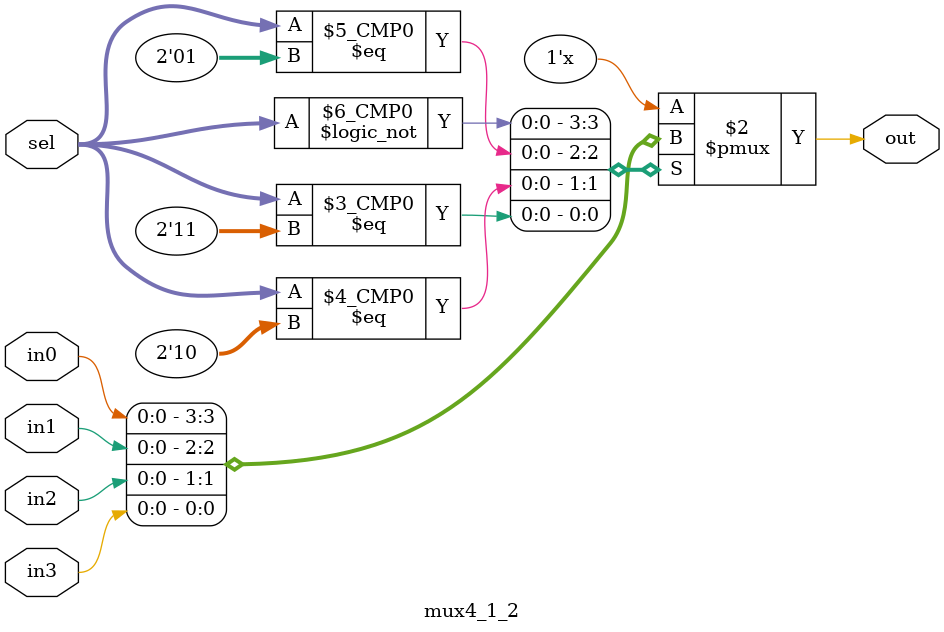
<source format=v>
module mux4_1_2(sel, in0, in1, in2, in3, out);
  input  [1:0]  sel;
  input  in0, in1, in2, in3;
  output out;
  reg    out;
  always @(sel or in0 or in1 or in2 or in3)
    case(sel)
     2'd0:  out = in0;
     2'd1:  out = in1;
     2'd2:  out = in2;
     2'd3:  out = in3;
    endcase
endmodule
</source>
